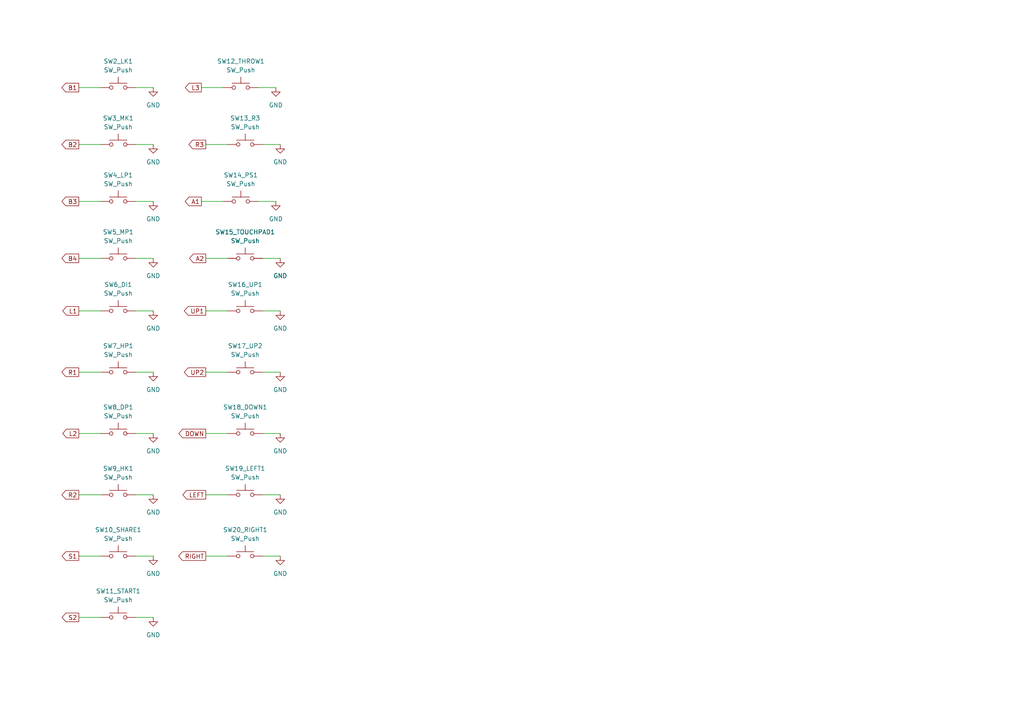
<source format=kicad_sch>
(kicad_sch (version 20231120) (generator "eeschema") (generator_version "8.0")
  (paper "A4")
  (lib_symbols
    (symbol "Switch:SW_Push" (pin_numbers hide) (pin_names (offset 1.016) hide)
      (property "Reference" "SW" (at 1.27 2.54 0))
      (property "Value" "SW_Push" (at 0 -1.524 0))
      (symbol "SW_Push_0_1"
        (circle (center -2.032 0) (radius 0.508))
        (polyline (pts (xy 0 1.27) (xy 0 3.048)))
        (polyline (pts (xy 2.54 1.27) (xy -2.54 1.27)))
        (circle (center 2.032 0) (radius 0.508))
        (pin passive line (at -5.08 0 0) (length 2.54) (name "1") (number "1"))
        (pin passive line (at 5.08 0 180) (length 2.54) (name "2") (number "2"))
      )
    )
    (symbol "power:GND" (power) (pin_names (offset 0))
      (property "Value" "GND" (at 0 -3.81 0))
      (symbol "GND_0_1"
        (polyline (pts (xy 0 0) (xy 0 -1.27) (xy 1.27 -1.27) (xy 0 -2.54) (xy -1.27 -1.27) (xy 0 -1.27)))
      )
      (symbol "GND_1_1"
        (pin power_in line (at 0 0 270) (length 0) hide (name "GND") (number "1"))
      )
    )
  )
  (wire (pts (xy 22.86 74.93) (xy 29.21 74.93)))
  (wire (pts (xy 59.69 90.17) (xy 66.04 90.17)))
  (wire (pts (xy 58.42 58.42) (xy 64.77 58.42)))
  (wire (pts (xy 58.42 25.4) (xy 64.77 25.4)))
  (wire (pts (xy 39.37 90.17) (xy 44.45 90.17)))
  (wire (pts (xy 76.2 143.51) (xy 81.28 143.51)))
  (wire (pts (xy 39.37 143.51) (xy 44.45 143.51)))
  (wire (pts (xy 76.2 90.17) (xy 81.28 90.17)))
  (wire (pts (xy 22.86 107.95) (xy 29.21 107.95)))
  (wire (pts (xy 22.86 125.73) (xy 29.21 125.73)))
  (wire (pts (xy 76.2 41.91) (xy 81.28 41.91)))
  (wire (pts (xy 39.37 179.07) (xy 44.45 179.07)))
  (wire (pts (xy 59.69 125.73) (xy 66.04 125.73)))
  (wire (pts (xy 22.86 143.51) (xy 29.21 143.51)))
  (wire (pts (xy 76.2 74.93) (xy 81.28 74.93)))
  (wire (pts (xy 22.86 90.17) (xy 29.21 90.17)))
  (wire (pts (xy 22.86 41.91) (xy 29.21 41.91)))
  (wire (pts (xy 39.37 125.73) (xy 44.45 125.73)))
  (wire (pts (xy 39.37 25.4) (xy 44.45 25.4)))
  (wire (pts (xy 39.37 107.95) (xy 44.45 107.95)))
  (wire (pts (xy 59.69 41.91) (xy 66.04 41.91)))
  (wire (pts (xy 59.69 143.51) (xy 66.04 143.51)))
  (wire (pts (xy 76.2 107.95) (xy 81.28 107.95)))
  (wire (pts (xy 59.69 74.93) (xy 66.04 74.93)))
  (wire (pts (xy 22.86 179.07) (xy 29.21 179.07)))
  (wire (pts (xy 76.2 125.73) (xy 81.28 125.73)))
  (wire (pts (xy 22.86 58.42) (xy 29.21 58.42)))
  (wire (pts (xy 39.37 74.93) (xy 44.45 74.93)))
  (wire (pts (xy 39.37 58.42) (xy 44.45 58.42)))
  (wire (pts (xy 39.37 41.91) (xy 44.45 41.91)))
  (wire (pts (xy 76.2 161.29) (xy 81.28 161.29)))
  (wire (pts (xy 74.93 58.42) (xy 80.01 58.42)))
  (wire (pts (xy 22.86 25.4) (xy 29.21 25.4)))
  (wire (pts (xy 39.37 161.29) (xy 44.45 161.29)))
  (wire (pts (xy 59.69 107.95) (xy 66.04 107.95)))
  (wire (pts (xy 22.86 161.29) (xy 29.21 161.29)))
  (wire (pts (xy 59.69 161.29) (xy 66.04 161.29)))
  (wire (pts (xy 74.93 25.4) (xy 80.01 25.4)))
  (global_label "S2" (shape output) (at 22.86 179.07 180) (property "Intersheetrefs" "${INTERSHEET_REFS}" (effects (hide yes))))
  (global_label "B2" (shape output) (at 22.86 41.91 180) (property "Intersheetrefs" "${INTERSHEET_REFS}" (effects (hide yes))))
  (global_label "S1" (shape output) (at 22.86 161.29 180) (property "Intersheetrefs" "${INTERSHEET_REFS}" (effects (hide yes))))
  (global_label "UP2" (shape output) (at 59.69 107.95 180) (property "Intersheetrefs" "${INTERSHEET_REFS}" (effects (hide yes))))
  (global_label "R2" (shape output) (at 22.86 143.51 180) (property "Intersheetrefs" "${INTERSHEET_REFS}" (effects (hide yes))))
  (global_label "R3" (shape output) (at 59.69 41.91 180) (property "Intersheetrefs" "${INTERSHEET_REFS}" (effects (hide yes))))
  (global_label "RIGHT" (shape output) (at 59.69 161.29 180) (property "Intersheetrefs" "${INTERSHEET_REFS}" (effects (hide yes))))
  (global_label "L2" (shape output) (at 22.86 125.73 180) (property "Intersheetrefs" "${INTERSHEET_REFS}" (effects (hide yes))))
  (global_label "LEFT" (shape output) (at 59.69 143.51 180) (property "Intersheetrefs" "${INTERSHEET_REFS}" (effects (hide yes))))
  (global_label "B1" (shape output) (at 22.86 25.4 180) (property "Intersheetrefs" "${INTERSHEET_REFS}" (effects (hide yes))))
  (global_label "L3" (shape output) (at 58.42 25.4 180) (property "Intersheetrefs" "${INTERSHEET_REFS}" (effects (hide yes))))
  (global_label "R1" (shape output) (at 22.86 107.95 180) (property "Intersheetrefs" "${INTERSHEET_REFS}" (effects (hide yes))))
  (global_label "A1" (shape output) (at 58.42 58.42 180) (property "Intersheetrefs" "${INTERSHEET_REFS}" (effects (hide yes))))
  (global_label "L1" (shape output) (at 22.86 90.17 180) (property "Intersheetrefs" "${INTERSHEET_REFS}" (effects (hide yes))))
  (global_label "B4" (shape output) (at 22.86 74.93 180) (property "Intersheetrefs" "${INTERSHEET_REFS}" (effects (hide yes))))
  (global_label "A2" (shape output) (at 59.69 74.93 180) (property "Intersheetrefs" "${INTERSHEET_REFS}" (effects (hide yes))))
  (global_label "B3" (shape output) (at 22.86 58.42 180) (property "Intersheetrefs" "${INTERSHEET_REFS}" (effects (hide yes))))
  (global_label "UP1" (shape output) (at 59.69 90.17 180) (property "Intersheetrefs" "${INTERSHEET_REFS}" (effects (hide yes))))
  (global_label "DOWN" (shape output) (at 59.69 125.73 180) (property "Intersheetrefs" "${INTERSHEET_REFS}" (effects (hide yes))))
  (symbol (lib_id "Switch:SW_Push") (at 71.12 125.73 0) (unit 1)
    (property "Reference" "SW18_DOWN1" (at 71.12 118.11 0))
    (property "Value" "SW_Push" (at 71.12 120.65 0))
    (property "Footprint" "Fightstick_Library:Kailh_MX_Style_Keyswitch" (effects (hide yes)))
  )
  (symbol (lib_id "power:GND") (at 81.28 90.17 0) (unit 1)
    (property "Reference" "#PWR040" (effects (hide yes)))
    (property "Value" "GND" (at 81.28 95.25 0))
  )
  (symbol (lib_id "power:GND") (at 81.28 41.91 0) (unit 1)
    (property "Reference" "#PWR037" (effects (hide yes)))
    (property "Value" "GND" (at 81.28 46.99 0))
  )
  (symbol (lib_id "power:GND") (at 44.45 125.73 0) (unit 1)
    (property "Reference" "#PWR032" (effects (hide yes)))
    (property "Value" "GND" (at 44.45 130.81 0))
  )
  (symbol (lib_id "Switch:SW_Push") (at 34.29 74.93 0) (unit 1)
    (property "Reference" "SW5_MP1" (at 34.29 67.31 0))
    (property "Value" "SW_Push" (at 34.29 69.85 0))
    (property "Footprint" "Fightstick_Library:Kailh_MX_Style_Keyswitch" (effects (hide yes)))
  )
  (symbol (lib_id "power:GND") (at 81.28 74.93 0) (unit 1)
    (property "Reference" "#PWR039" (effects (hide yes)))
    (property "Value" "GND" (at 81.28 80.01 0))
  )
  (symbol (lib_id "power:GND") (at 44.45 143.51 0) (unit 1)
    (property "Reference" "#PWR033" (effects (hide yes)))
    (property "Value" "GND" (at 44.45 148.59 0))
  )
  (symbol (lib_id "Switch:SW_Push") (at 71.12 161.29 0) (unit 1)
    (property "Reference" "SW20_RIGHT1" (at 71.12 153.67 0))
    (property "Value" "SW_Push" (at 71.12 156.21 0))
    (property "Footprint" "Fightstick_Library:Kailh_MX_Style_Keyswitch" (effects (hide yes)))
  )
  (symbol (lib_id "power:GND") (at 81.28 125.73 0) (unit 1)
    (property "Reference" "#PWR042" (effects (hide yes)))
    (property "Value" "GND" (at 81.28 130.81 0))
  )
  (symbol (lib_id "power:GND") (at 80.01 25.4 0) (unit 1)
    (property "Reference" "#PWR036" (effects (hide yes)))
    (property "Value" "GND" (at 80.01 30.48 0))
  )
  (symbol (lib_id "power:GND") (at 81.28 107.95 0) (unit 1)
    (property "Reference" "#PWR041" (effects (hide yes)))
    (property "Value" "GND" (at 81.28 113.03 0))
  )
  (symbol (lib_id "Switch:SW_Push") (at 71.12 107.95 0) (unit 1)
    (property "Reference" "SW17_UP2" (at 71.12 100.33 0))
    (property "Value" "SW_Push" (at 71.12 102.87 0))
    (property "Footprint" "Fightstick_Library:Kailh_MX_Style_Keyswitch" (effects (hide yes)))
  )
  (symbol (lib_id "power:GND") (at 44.45 25.4 0) (unit 1)
    (property "Reference" "#PWR026" (effects (hide yes)))
    (property "Value" "GND" (at 44.45 30.48 0))
  )
  (symbol (lib_id "Switch:SW_Push") (at 71.12 41.91 0) (unit 1)
    (property "Reference" "SW13_R3" (at 71.12 34.29 0))
    (property "Value" "SW_Push" (at 71.12 36.83 0))
    (property "Footprint" "Fightstick_Library:Kailh_MX_Style_Keyswitch" (effects (hide yes)))
  )
  (symbol (lib_id "Switch:SW_Push") (at 34.29 179.07 0) (unit 1)
    (property "Reference" "SW11_START1" (at 34.29 171.45 0))
    (property "Value" "SW_Push" (at 34.29 173.99 0))
    (property "Footprint" "Fightstick_Library:Kailh_MX_Style_Keyswitch" (effects (hide yes)))
  )
  (symbol (lib_id "Switch:SW_Push") (at 71.12 90.17 0) (unit 1)
    (property "Reference" "SW16_UP1" (at 71.12 82.55 0))
    (property "Value" "SW_Push" (at 71.12 85.09 0))
    (property "Footprint" "Fightstick_Library:Kailh_MX_Style_Keyswitch" (effects (hide yes)))
  )
  (symbol (lib_id "power:GND") (at 44.45 90.17 0) (unit 1)
    (property "Reference" "#PWR030" (effects (hide yes)))
    (property "Value" "GND" (at 44.45 95.25 0))
  )
  (symbol (lib_id "Switch:SW_Push") (at 69.85 25.4 0) (unit 1)
    (property "Reference" "SW12_THROW1" (at 69.85 17.78 0))
    (property "Value" "SW_Push" (at 69.85 20.32 0))
    (property "Footprint" "Fightstick_Library:Kailh_MX_Style_Keyswitch" (effects (hide yes)))
  )
  (symbol (lib_id "Switch:SW_Push") (at 34.29 41.91 0) (unit 1)
    (property "Reference" "SW3_MK1" (at 34.29 34.29 0))
    (property "Value" "SW_Push" (at 34.29 36.83 0))
    (property "Footprint" "Fightstick_Library:Kailh_MX_Style_Keyswitch" (effects (hide yes)))
  )
  (symbol (lib_id "power:GND") (at 44.45 107.95 0) (unit 1)
    (property "Reference" "#PWR031" (effects (hide yes)))
    (property "Value" "GND" (at 44.45 113.03 0))
  )
  (symbol (lib_id "Switch:SW_Push") (at 34.29 161.29 0) (unit 1)
    (property "Reference" "SW10_SHARE1" (at 34.29 153.67 0))
    (property "Value" "SW_Push" (at 34.29 156.21 0))
    (property "Footprint" "Fightstick_Library:Kailh_MX_Style_Keyswitch" (effects (hide yes)))
  )
  (symbol (lib_id "power:GND") (at 44.45 74.93 0) (unit 1)
    (property "Reference" "#PWR029" (effects (hide yes)))
    (property "Value" "GND" (at 44.45 80.01 0))
  )
  (symbol (lib_id "Switch:SW_Push") (at 34.29 58.42 0) (unit 1)
    (property "Reference" "SW4_LP1" (at 34.29 50.8 0))
    (property "Value" "SW_Push" (at 34.29 53.34 0))
    (property "Footprint" "Fightstick_Library:Kailh_MX_Style_Keyswitch" (effects (hide yes)))
  )
  (symbol (lib_id "Switch:SW_Push") (at 34.29 143.51 0) (unit 1)
    (property "Reference" "SW9_HK1" (at 34.29 135.89 0))
    (property "Value" "SW_Push" (at 34.29 138.43 0))
    (property "Footprint" "Fightstick_Library:Kailh_MX_Style_Keyswitch" (effects (hide yes)))
  )
  (symbol (lib_id "power:GND") (at 44.45 179.07 0) (unit 1)
    (property "Reference" "#PWR035" (effects (hide yes)))
    (property "Value" "GND" (at 44.45 184.15 0))
  )
  (symbol (lib_id "power:GND") (at 44.45 58.42 0) (unit 1)
    (property "Reference" "#PWR028" (effects (hide yes)))
    (property "Value" "GND" (at 44.45 63.5 0))
  )
  (symbol (lib_id "power:GND") (at 81.28 161.29 0) (unit 1)
    (property "Reference" "#PWR044" (effects (hide yes)))
    (property "Value" "GND" (at 81.28 166.37 0))
  )
  (symbol (lib_id "Switch:SW_Push") (at 71.12 74.93 0) (unit 1)
    (property "Reference" "SW15_TOUCHPAD1" (at 71.12 67.31 0))
    (property "Value" "SW_Push" (at 71.12 69.85 0))
    (property "Footprint" "Fightstick_Library:Kailh_MX_Style_Keyswitch" (effects (hide yes)))
  )
  (symbol (lib_id "Switch:SW_Push") (at 69.85 58.42 0) (unit 1)
    (property "Reference" "SW14_PS1" (at 69.85 50.8 0))
    (property "Value" "SW_Push" (at 69.85 53.34 0))
    (property "Footprint" "Fightstick_Library:Kailh_MX_Style_Keyswitch" (effects (hide yes)))
  )
  (symbol (lib_id "power:GND") (at 80.01 58.42 0) (unit 1)
    (property "Reference" "#PWR038" (effects (hide yes)))
    (property "Value" "GND" (at 80.01 63.5 0))
  )
  (symbol (lib_id "Switch:SW_Push") (at 34.29 125.73 0) (unit 1)
    (property "Reference" "SW8_DP1" (at 34.29 118.11 0))
    (property "Value" "SW_Push" (at 34.29 120.65 0))
    (property "Footprint" "Fightstick_Library:Kailh_MX_Style_Keyswitch" (effects (hide yes)))
  )
  (symbol (lib_id "Switch:SW_Push") (at 34.29 25.4 0) (unit 1)
    (property "Reference" "SW2_LK1" (at 34.29 17.78 0))
    (property "Value" "SW_Push" (at 34.29 20.32 0))
    (property "Footprint" "Fightstick_Library:Kailh_MX_Style_Keyswitch" (effects (hide yes)))
  )
  (symbol (lib_id "Switch:SW_Push") (at 34.29 107.95 0) (unit 1)
    (property "Reference" "SW7_HP1" (at 34.29 100.33 0))
    (property "Value" "SW_Push" (at 34.29 102.87 0))
    (property "Footprint" "Fightstick_Library:Kailh_MX_Style_Keyswitch" (effects (hide yes)))
  )
  (symbol (lib_id "Switch:SW_Push") (at 71.12 143.51 0) (unit 1)
    (property "Reference" "SW19_LEFT1" (at 71.12 135.89 0))
    (property "Value" "SW_Push" (at 71.12 138.43 0))
    (property "Footprint" "Fightstick_Library:Kailh_MX_Style_Keyswitch" (effects (hide yes)))
  )
  (symbol (lib_id "power:GND") (at 81.28 143.51 0) (unit 1)
    (property "Reference" "#PWR043" (effects (hide yes)))
    (property "Value" "GND" (at 81.28 148.59 0))
  )
  (symbol (lib_id "Switch:SW_Push") (at 34.29 90.17 0) (unit 1)
    (property "Reference" "SW6_DI1" (at 34.29 82.55 0))
    (property "Value" "SW_Push" (at 34.29 85.09 0))
    (property "Footprint" "Fightstick_Library:Kailh_MX_Style_Keyswitch" (effects (hide yes)))
  )
  (symbol (lib_id "power:GND") (at 44.45 161.29 0) (unit 1)
    (property "Reference" "#PWR034" (effects (hide yes)))
    (property "Value" "GND" (at 44.45 166.37 0))
  )
  (symbol (lib_id "power:GND") (at 44.45 41.91 0) (unit 1)
    (property "Reference" "#PWR027" (effects (hide yes)))
    (property "Value" "GND" (at 44.45 46.99 0))
  )
)
</source>
